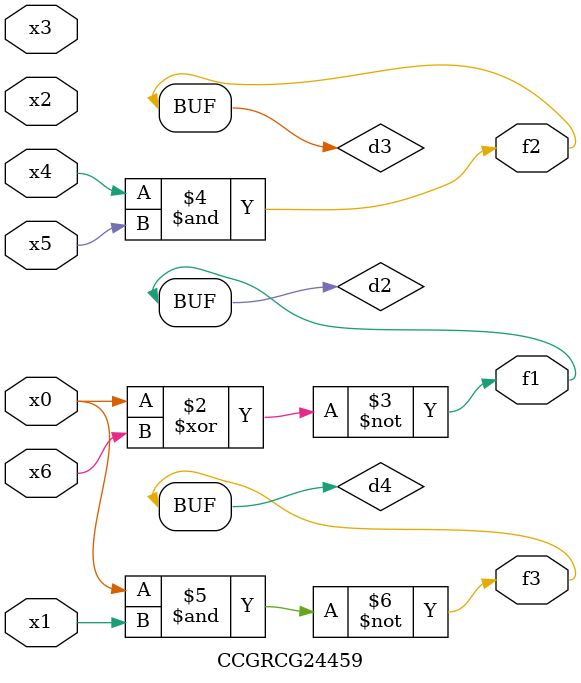
<source format=v>
module CCGRCG24459(
	input x0, x1, x2, x3, x4, x5, x6,
	output f1, f2, f3
);

	wire d1, d2, d3, d4;

	nor (d1, x0);
	xnor (d2, x0, x6);
	and (d3, x4, x5);
	nand (d4, x0, x1);
	assign f1 = d2;
	assign f2 = d3;
	assign f3 = d4;
endmodule

</source>
